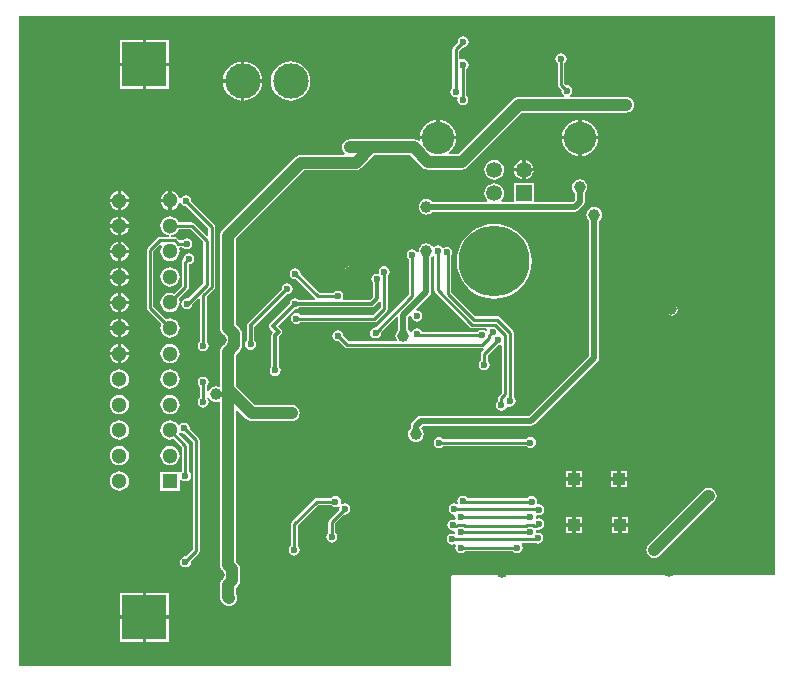
<source format=gbl>
G04*
G04 #@! TF.GenerationSoftware,Altium Limited,Altium Designer,18.1.7 (191)*
G04*
G04 Layer_Physical_Order=2*
G04 Layer_Color=16711680*
%FSLAX25Y25*%
%MOIN*%
G70*
G01*
G75*
%ADD10C,0.02362*%
%ADD13C,0.01575*%
%ADD66C,0.01000*%
%ADD67C,0.01968*%
%ADD68C,0.01181*%
%ADD69C,0.03937*%
%ADD70C,0.11811*%
%ADD71R,0.03937X0.03937*%
%ADD72R,0.15000X0.15000*%
%ADD73C,0.05118*%
%ADD74R,0.05118X0.05118*%
%ADD75R,0.05315X0.05315*%
%ADD76C,0.05315*%
%ADD77C,0.10827*%
%ADD78C,0.23622*%
%ADD79C,0.03937*%
%ADD80C,0.02362*%
G36*
X251969Y-186366D02*
X144685D01*
X144439Y-186415D01*
X144231Y-186554D01*
X144092Y-186762D01*
X144043Y-187008D01*
Y-216535D01*
X0D01*
Y0D01*
X251969D01*
Y-186366D01*
D02*
G37*
%LPC*%
G36*
X148083Y-6763D02*
X147376Y-6904D01*
X146777Y-7304D01*
X146377Y-7903D01*
X146236Y-8610D01*
X146272Y-8791D01*
X144854Y-10209D01*
X144605Y-10582D01*
X144517Y-11023D01*
Y-23788D01*
X144363Y-23891D01*
X143963Y-24490D01*
X143823Y-25197D01*
X143963Y-25903D01*
X144363Y-26502D01*
X144962Y-26903D01*
X145669Y-27043D01*
X145780Y-27021D01*
X146205Y-27446D01*
X146133Y-27807D01*
X146274Y-28514D01*
X146674Y-29113D01*
X147273Y-29513D01*
X147980Y-29654D01*
X148687Y-29513D01*
X149286Y-29113D01*
X149686Y-28514D01*
X149827Y-27807D01*
X149686Y-27101D01*
X149286Y-26502D01*
X149183Y-26433D01*
Y-17550D01*
X149337Y-17447D01*
X149737Y-16848D01*
X149878Y-16142D01*
X149737Y-15435D01*
X149337Y-14836D01*
X148738Y-14436D01*
X148031Y-14295D01*
X147325Y-14436D01*
X147262Y-14478D01*
X146821Y-14242D01*
Y-11501D01*
X147901Y-10420D01*
X148083Y-10456D01*
X148789Y-10316D01*
X149388Y-9915D01*
X149788Y-9316D01*
X149929Y-8610D01*
X149788Y-7903D01*
X149388Y-7304D01*
X148789Y-6904D01*
X148083Y-6763D01*
D02*
G37*
G36*
X49984Y-7967D02*
X42445D01*
Y-15507D01*
X49984D01*
Y-7967D01*
D02*
G37*
G36*
X41264D02*
X33724D01*
Y-15507D01*
X41264D01*
Y-7967D01*
D02*
G37*
G36*
X75169Y-15145D02*
Y-21063D01*
X81088D01*
X81020Y-20372D01*
X80646Y-19140D01*
X80039Y-18005D01*
X79222Y-17010D01*
X78227Y-16193D01*
X77092Y-15586D01*
X75860Y-15213D01*
X75169Y-15145D01*
D02*
G37*
G36*
X73988D02*
X73298Y-15213D01*
X72066Y-15586D01*
X70930Y-16193D01*
X69935Y-17010D01*
X69118Y-18005D01*
X68512Y-19140D01*
X68138Y-20372D01*
X68070Y-21063D01*
X73988D01*
Y-15145D01*
D02*
G37*
G36*
X49984Y-16688D02*
X42445D01*
Y-24227D01*
X49984D01*
Y-16688D01*
D02*
G37*
G36*
X41264D02*
X33724D01*
Y-24227D01*
X41264D01*
Y-16688D01*
D02*
G37*
G36*
X73988Y-22244D02*
X68070D01*
X68138Y-22935D01*
X68512Y-24167D01*
X69118Y-25302D01*
X69935Y-26297D01*
X70930Y-27114D01*
X72066Y-27721D01*
X73298Y-28094D01*
X73988Y-28162D01*
Y-22244D01*
D02*
G37*
G36*
X81088D02*
X75169D01*
Y-28162D01*
X75860Y-28094D01*
X77092Y-27721D01*
X78227Y-27114D01*
X79222Y-26297D01*
X80039Y-25302D01*
X80646Y-24167D01*
X81020Y-22935D01*
X81088Y-22244D01*
D02*
G37*
G36*
X90551Y-15087D02*
X89270Y-15213D01*
X88038Y-15586D01*
X86903Y-16193D01*
X85908Y-17010D01*
X85091Y-18005D01*
X84484Y-19140D01*
X84110Y-20372D01*
X83984Y-21654D01*
X84110Y-22935D01*
X84484Y-24167D01*
X85091Y-25302D01*
X85908Y-26297D01*
X86903Y-27114D01*
X88038Y-27721D01*
X89270Y-28094D01*
X90551Y-28221D01*
X91832Y-28094D01*
X93064Y-27721D01*
X94200Y-27114D01*
X95195Y-26297D01*
X96012Y-25302D01*
X96618Y-24167D01*
X96992Y-22935D01*
X97118Y-21654D01*
X96992Y-20372D01*
X96618Y-19140D01*
X96012Y-18005D01*
X95195Y-17010D01*
X94200Y-16193D01*
X93064Y-15586D01*
X91832Y-15213D01*
X90551Y-15087D01*
D02*
G37*
G36*
X187677Y-34497D02*
Y-39921D01*
X193101D01*
X193043Y-39327D01*
X192697Y-38188D01*
X192136Y-37138D01*
X191381Y-36218D01*
X190460Y-35463D01*
X189410Y-34902D01*
X188271Y-34556D01*
X187677Y-34497D01*
D02*
G37*
G36*
X186496D02*
X185902Y-34556D01*
X184763Y-34902D01*
X183713Y-35463D01*
X182793Y-36218D01*
X182038Y-37138D01*
X181476Y-38188D01*
X181131Y-39327D01*
X181072Y-39921D01*
X186496D01*
Y-34497D01*
D02*
G37*
G36*
X140276D02*
Y-39921D01*
X145700D01*
X145641Y-39327D01*
X145295Y-38188D01*
X144734Y-37138D01*
X143979Y-36218D01*
X143059Y-35463D01*
X142009Y-34902D01*
X140870Y-34556D01*
X140276Y-34497D01*
D02*
G37*
G36*
X139094D02*
X138500Y-34556D01*
X137361Y-34902D01*
X136311Y-35463D01*
X135391Y-36218D01*
X134636Y-37138D01*
X134075Y-38188D01*
X133729Y-39327D01*
X133671Y-39921D01*
X139094D01*
Y-34497D01*
D02*
G37*
G36*
X180709Y-12327D02*
X180002Y-12467D01*
X179403Y-12868D01*
X179003Y-13467D01*
X178862Y-14173D01*
X179003Y-14880D01*
X179403Y-15479D01*
X179557Y-15582D01*
Y-22835D01*
X179644Y-23276D01*
X179894Y-23649D01*
X180867Y-24622D01*
X180831Y-24803D01*
X180971Y-25510D01*
X181371Y-26109D01*
X181817Y-26407D01*
X181666Y-26907D01*
X166535D01*
X165857Y-26996D01*
X165225Y-27258D01*
X164682Y-27674D01*
X146454Y-45903D01*
X143430D01*
X143252Y-45403D01*
X143979Y-44806D01*
X144734Y-43886D01*
X145295Y-42836D01*
X145641Y-41697D01*
X145700Y-41102D01*
X133671D01*
X133706Y-41459D01*
X133229Y-41719D01*
X132854Y-41431D01*
X132222Y-41169D01*
X131544Y-41080D01*
X110236D01*
X109558Y-41169D01*
X108926Y-41431D01*
X108383Y-41848D01*
X107966Y-42390D01*
X107705Y-43023D01*
X107615Y-43701D01*
X107705Y-44379D01*
X107966Y-45011D01*
X108383Y-45554D01*
X108571Y-45698D01*
X108401Y-46198D01*
X94095D01*
X93416Y-46287D01*
X92784Y-46549D01*
X92241Y-46966D01*
X67832Y-71375D01*
X67415Y-71918D01*
X67154Y-72550D01*
X67064Y-73228D01*
Y-103850D01*
X67154Y-104528D01*
X67415Y-105160D01*
X67832Y-105703D01*
X69197Y-107068D01*
Y-108680D01*
X67832Y-110045D01*
X67415Y-110588D01*
X67154Y-111220D01*
X67064Y-111898D01*
Y-123263D01*
X66564Y-123591D01*
X66230Y-123453D01*
X65552Y-123363D01*
X64874Y-123453D01*
X64242Y-123714D01*
X63699Y-124131D01*
X63282Y-124674D01*
X63069Y-125188D01*
X62569Y-125088D01*
Y-123456D01*
X62723Y-123353D01*
X63123Y-122754D01*
X63264Y-122047D01*
X63123Y-121341D01*
X62723Y-120741D01*
X62124Y-120341D01*
X61417Y-120201D01*
X60711Y-120341D01*
X60112Y-120741D01*
X59711Y-121341D01*
X59571Y-122047D01*
X59711Y-122754D01*
X60112Y-123353D01*
X60265Y-123455D01*
Y-127332D01*
X60112Y-127435D01*
X59711Y-128034D01*
X59571Y-128740D01*
X59711Y-129447D01*
X60112Y-130046D01*
X60711Y-130446D01*
X61417Y-130587D01*
X62124Y-130446D01*
X62723Y-130046D01*
X63123Y-129447D01*
X63264Y-128740D01*
X63123Y-128034D01*
X62723Y-127435D01*
X62610Y-127359D01*
X62616Y-126992D01*
X63117Y-126896D01*
X63282Y-127295D01*
X63699Y-127838D01*
X64242Y-128254D01*
X64874Y-128516D01*
X65552Y-128605D01*
X66230Y-128516D01*
X66564Y-128377D01*
X67064Y-128705D01*
Y-182912D01*
X67154Y-183590D01*
X67415Y-184222D01*
X67832Y-184765D01*
X68481Y-185414D01*
Y-187027D01*
X67832Y-187676D01*
X67415Y-188219D01*
X67154Y-188851D01*
X67064Y-189530D01*
Y-193701D01*
X67154Y-194379D01*
X67415Y-195011D01*
X67832Y-195554D01*
X68226Y-195948D01*
X68768Y-196364D01*
X69400Y-196626D01*
X70079Y-196715D01*
X70757Y-196626D01*
X71389Y-196364D01*
X71932Y-195948D01*
X72348Y-195405D01*
X72610Y-194773D01*
X72700Y-194095D01*
X72610Y-193416D01*
X72348Y-192784D01*
X72306Y-192729D01*
Y-190615D01*
X72956Y-189965D01*
X73372Y-189423D01*
X73634Y-188791D01*
X73723Y-188112D01*
Y-184329D01*
X73634Y-183651D01*
X73372Y-183018D01*
X72956Y-182476D01*
X72306Y-181826D01*
Y-131382D01*
X72768Y-131191D01*
X75714Y-134137D01*
X76256Y-134553D01*
X76889Y-134815D01*
X77567Y-134904D01*
X90945D01*
X91623Y-134815D01*
X92255Y-134553D01*
X92798Y-134137D01*
X93215Y-133594D01*
X93476Y-132962D01*
X93566Y-132283D01*
X93476Y-131605D01*
X93215Y-130973D01*
X92798Y-130430D01*
X92255Y-130014D01*
X91623Y-129752D01*
X90945Y-129663D01*
X78652D01*
X72306Y-123316D01*
Y-112984D01*
X73671Y-111619D01*
X74087Y-111076D01*
X74349Y-110444D01*
X74438Y-109766D01*
Y-105982D01*
X74349Y-105304D01*
X74087Y-104672D01*
X73671Y-104129D01*
X72306Y-102764D01*
Y-74314D01*
X95180Y-51440D01*
X112205D01*
X112883Y-51350D01*
X113515Y-51089D01*
X114058Y-50672D01*
X118408Y-46322D01*
X130458D01*
X134513Y-50377D01*
X135056Y-50793D01*
X135688Y-51055D01*
X136366Y-51145D01*
X147539D01*
X148218Y-51055D01*
X148850Y-50793D01*
X149392Y-50377D01*
X167621Y-32148D01*
X202362D01*
X203041Y-32059D01*
X203673Y-31797D01*
X204215Y-31381D01*
X204632Y-30838D01*
X204894Y-30206D01*
X204983Y-29528D01*
X204894Y-28849D01*
X204632Y-28217D01*
X204215Y-27674D01*
X203673Y-27258D01*
X203041Y-26996D01*
X202362Y-26907D01*
X183689D01*
X183537Y-26407D01*
X183983Y-26109D01*
X184383Y-25510D01*
X184524Y-24803D01*
X184383Y-24096D01*
X183983Y-23497D01*
X183384Y-23097D01*
X182677Y-22957D01*
X182496Y-22993D01*
X181861Y-22357D01*
Y-15582D01*
X182014Y-15479D01*
X182415Y-14880D01*
X182555Y-14173D01*
X182415Y-13467D01*
X182014Y-12868D01*
X181415Y-12467D01*
X180709Y-12327D01*
D02*
G37*
G36*
X193101Y-41102D02*
X187677D01*
Y-46526D01*
X188271Y-46468D01*
X189410Y-46122D01*
X190460Y-45561D01*
X191381Y-44806D01*
X192136Y-43886D01*
X192697Y-42836D01*
X193043Y-41697D01*
X193101Y-41102D01*
D02*
G37*
G36*
X186496D02*
X181072D01*
X181131Y-41697D01*
X181476Y-42836D01*
X182038Y-43886D01*
X182793Y-44806D01*
X183713Y-45561D01*
X184763Y-46122D01*
X185902Y-46468D01*
X186496Y-46526D01*
Y-41102D01*
D02*
G37*
G36*
X168898Y-47943D02*
Y-50591D01*
X171545D01*
X171510Y-50323D01*
X171179Y-49523D01*
X170652Y-48836D01*
X169965Y-48310D01*
X169165Y-47978D01*
X168898Y-47943D01*
D02*
G37*
G36*
X167717D02*
X167449Y-47978D01*
X166649Y-48310D01*
X165963Y-48836D01*
X165436Y-49523D01*
X165104Y-50323D01*
X165069Y-50591D01*
X167717D01*
Y-47943D01*
D02*
G37*
G36*
X171545Y-51772D02*
X168898D01*
Y-54419D01*
X169165Y-54384D01*
X169965Y-54053D01*
X170652Y-53526D01*
X171179Y-52839D01*
X171510Y-52039D01*
X171545Y-51772D01*
D02*
G37*
G36*
X167717D02*
X165069D01*
X165104Y-52039D01*
X165436Y-52839D01*
X165963Y-53526D01*
X166649Y-54053D01*
X167449Y-54384D01*
X167717Y-54419D01*
Y-51772D01*
D02*
G37*
G36*
X158465Y-47865D02*
X157606Y-47978D01*
X156807Y-48310D01*
X156120Y-48836D01*
X155593Y-49523D01*
X155262Y-50323D01*
X155149Y-51181D01*
X155262Y-52039D01*
X155593Y-52839D01*
X156120Y-53526D01*
X156807Y-54053D01*
X157606Y-54384D01*
X158465Y-54497D01*
X159323Y-54384D01*
X160123Y-54053D01*
X160809Y-53526D01*
X161336Y-52839D01*
X161668Y-52039D01*
X161781Y-51181D01*
X161668Y-50323D01*
X161336Y-49523D01*
X160809Y-48836D01*
X160123Y-48310D01*
X159323Y-47978D01*
X158465Y-47865D01*
D02*
G37*
G36*
X49764Y-58293D02*
X49522Y-58325D01*
X48746Y-58646D01*
X48080Y-59157D01*
X47569Y-59824D01*
X47247Y-60599D01*
X47216Y-60841D01*
X49764D01*
Y-58293D01*
D02*
G37*
G36*
X34055Y-58336D02*
Y-60884D01*
X36603D01*
X36571Y-60642D01*
X36250Y-59867D01*
X35739Y-59201D01*
X35073Y-58689D01*
X34297Y-58368D01*
X34055Y-58336D01*
D02*
G37*
G36*
X32874D02*
X32632Y-58368D01*
X31856Y-58689D01*
X31190Y-59201D01*
X30679Y-59867D01*
X30358Y-60642D01*
X30326Y-60884D01*
X32874D01*
Y-58336D01*
D02*
G37*
G36*
X186894Y-54395D02*
X186215Y-54484D01*
X185583Y-54746D01*
X185040Y-55162D01*
X184624Y-55705D01*
X184362Y-56337D01*
X184273Y-57016D01*
X184362Y-57694D01*
X184624Y-58326D01*
X185040Y-58869D01*
X185248Y-59028D01*
Y-61244D01*
X184555Y-61937D01*
X171595D01*
Y-55768D01*
X165020D01*
Y-61937D01*
X160931D01*
X160761Y-61437D01*
X160809Y-61400D01*
X161336Y-60713D01*
X161668Y-59913D01*
X161781Y-59055D01*
X161668Y-58197D01*
X161336Y-57397D01*
X160809Y-56710D01*
X160123Y-56184D01*
X159323Y-55852D01*
X158465Y-55739D01*
X157606Y-55852D01*
X156807Y-56184D01*
X156120Y-56710D01*
X155593Y-57397D01*
X155262Y-58197D01*
X155149Y-59055D01*
X155262Y-59913D01*
X155593Y-60713D01*
X156120Y-61400D01*
X156168Y-61437D01*
X155999Y-61937D01*
X137839D01*
X137680Y-61730D01*
X137137Y-61313D01*
X136505Y-61051D01*
X135827Y-60962D01*
X135149Y-61051D01*
X134516Y-61313D01*
X133974Y-61730D01*
X133557Y-62272D01*
X133295Y-62904D01*
X133206Y-63583D01*
X133295Y-64261D01*
X133557Y-64893D01*
X133974Y-65436D01*
X134516Y-65852D01*
X135149Y-66114D01*
X135827Y-66203D01*
X136505Y-66114D01*
X137137Y-65852D01*
X137680Y-65436D01*
X137839Y-65228D01*
X185236D01*
X185866Y-65103D01*
X186400Y-64746D01*
X188057Y-63089D01*
X188414Y-62555D01*
X188539Y-61925D01*
Y-59028D01*
X188747Y-58869D01*
X189163Y-58326D01*
X189425Y-57694D01*
X189514Y-57016D01*
X189425Y-56337D01*
X189163Y-55705D01*
X188747Y-55162D01*
X188204Y-54746D01*
X187572Y-54484D01*
X186894Y-54395D01*
D02*
G37*
G36*
X49764Y-62022D02*
X47216D01*
X47247Y-62264D01*
X47569Y-63040D01*
X48080Y-63706D01*
X48746Y-64217D01*
X49522Y-64539D01*
X49764Y-64570D01*
Y-62022D01*
D02*
G37*
G36*
X36603Y-62066D02*
X34055D01*
Y-64614D01*
X34297Y-64582D01*
X35073Y-64261D01*
X35739Y-63749D01*
X36250Y-63083D01*
X36571Y-62307D01*
X36603Y-62066D01*
D02*
G37*
G36*
X32874D02*
X30326D01*
X30358Y-62307D01*
X30679Y-63083D01*
X31190Y-63749D01*
X31856Y-64261D01*
X32632Y-64582D01*
X32874Y-64614D01*
Y-62066D01*
D02*
G37*
G36*
X34055Y-66797D02*
Y-69345D01*
X36603D01*
X36571Y-69103D01*
X36250Y-68327D01*
X35739Y-67661D01*
X35073Y-67150D01*
X34297Y-66829D01*
X34055Y-66797D01*
D02*
G37*
G36*
X32874D02*
X32632Y-66829D01*
X31856Y-67150D01*
X31190Y-67661D01*
X30679Y-68327D01*
X30358Y-69103D01*
X30326Y-69345D01*
X32874D01*
Y-66797D01*
D02*
G37*
G36*
X36603Y-70526D02*
X34055D01*
Y-73074D01*
X34297Y-73042D01*
X35073Y-72721D01*
X35739Y-72210D01*
X36250Y-71544D01*
X36571Y-70768D01*
X36603Y-70526D01*
D02*
G37*
G36*
X32874D02*
X30326D01*
X30358Y-70768D01*
X30679Y-71544D01*
X31190Y-72210D01*
X31856Y-72721D01*
X32632Y-73042D01*
X32874Y-73074D01*
Y-70526D01*
D02*
G37*
G36*
X50945Y-58293D02*
Y-61432D01*
Y-64570D01*
X51187Y-64539D01*
X51963Y-64217D01*
X52629Y-63706D01*
X53140Y-63040D01*
X53432Y-62334D01*
X53706Y-62281D01*
X53961Y-62298D01*
X54324Y-62841D01*
X54923Y-63241D01*
X55630Y-63382D01*
X55811Y-63346D01*
X63076Y-70611D01*
Y-72998D01*
X62614Y-73190D01*
X58545Y-69121D01*
X58172Y-68871D01*
X57731Y-68783D01*
X53329D01*
X53140Y-68327D01*
X52629Y-67661D01*
X51963Y-67150D01*
X51187Y-66829D01*
X50354Y-66719D01*
X49522Y-66829D01*
X48746Y-67150D01*
X48080Y-67661D01*
X47569Y-68327D01*
X47247Y-69103D01*
X47138Y-69936D01*
X47247Y-70768D01*
X47569Y-71544D01*
X48080Y-72210D01*
X48746Y-72721D01*
X49522Y-73042D01*
X49948Y-73098D01*
X49915Y-73598D01*
X46903D01*
X46462Y-73686D01*
X46088Y-73936D01*
X42886Y-77138D01*
X42636Y-77512D01*
X42549Y-77953D01*
Y-97298D01*
X42636Y-97739D01*
X42886Y-98112D01*
X47436Y-102663D01*
X47247Y-103119D01*
X47138Y-103951D01*
X47247Y-104784D01*
X47569Y-105560D01*
X48080Y-106226D01*
X48746Y-106737D01*
X49522Y-107058D01*
X50354Y-107168D01*
X51187Y-107058D01*
X51963Y-106737D01*
X52629Y-106226D01*
X53140Y-105560D01*
X53461Y-104784D01*
X53571Y-103951D01*
X53461Y-103119D01*
X53140Y-102343D01*
X52629Y-101677D01*
X51963Y-101166D01*
X51187Y-100844D01*
X50354Y-100735D01*
X49522Y-100844D01*
X49066Y-101033D01*
X44853Y-96820D01*
Y-78430D01*
X47200Y-76083D01*
X47486Y-76119D01*
X47708Y-76650D01*
X47569Y-76831D01*
X47247Y-77607D01*
X47138Y-78439D01*
X47247Y-79272D01*
X47569Y-80048D01*
X48080Y-80714D01*
X48746Y-81225D01*
X49522Y-81546D01*
X50354Y-81656D01*
X51187Y-81546D01*
X51963Y-81225D01*
X52629Y-80714D01*
X53140Y-80048D01*
X53461Y-79272D01*
X53571Y-78439D01*
X53461Y-77607D01*
X53373Y-77395D01*
X53651Y-76979D01*
X54497D01*
X54600Y-77132D01*
X55199Y-77533D01*
X55905Y-77673D01*
X56612Y-77533D01*
X57211Y-77132D01*
X57612Y-76533D01*
X57752Y-75827D01*
X57612Y-75120D01*
X57211Y-74521D01*
X56612Y-74121D01*
X55905Y-73980D01*
X55199Y-74121D01*
X54600Y-74521D01*
X54497Y-74675D01*
X53436D01*
X52697Y-73936D01*
X52323Y-73686D01*
X51882Y-73598D01*
X50794D01*
X50761Y-73098D01*
X51187Y-73042D01*
X51963Y-72721D01*
X52629Y-72210D01*
X53140Y-71544D01*
X53329Y-71088D01*
X57254D01*
X61446Y-75280D01*
Y-89050D01*
X56415Y-94082D01*
X55905Y-93980D01*
X55199Y-94121D01*
X54600Y-94521D01*
X54200Y-95120D01*
X54059Y-95827D01*
X54200Y-96533D01*
X54600Y-97132D01*
X55199Y-97533D01*
X55905Y-97673D01*
X56612Y-97533D01*
X57211Y-97132D01*
X57612Y-96533D01*
X57708Y-96047D01*
X59803Y-93952D01*
X60265Y-94143D01*
Y-108434D01*
X60112Y-108537D01*
X59711Y-109136D01*
X59571Y-109843D01*
X59711Y-110549D01*
X60112Y-111148D01*
X60711Y-111548D01*
X61417Y-111689D01*
X62124Y-111548D01*
X62723Y-111148D01*
X63123Y-110549D01*
X63264Y-109843D01*
X63123Y-109136D01*
X62723Y-108537D01*
X62569Y-108434D01*
Y-93491D01*
X65043Y-91017D01*
X65293Y-90644D01*
X65380Y-90203D01*
Y-70134D01*
X65293Y-69693D01*
X65043Y-69319D01*
X57440Y-61717D01*
X57476Y-61535D01*
X57336Y-60829D01*
X56936Y-60230D01*
X56336Y-59829D01*
X55630Y-59689D01*
X54923Y-59829D01*
X54324Y-60230D01*
X53984Y-60739D01*
X53600Y-60719D01*
X53471Y-60675D01*
X53461Y-60599D01*
X53140Y-59824D01*
X52629Y-59157D01*
X51963Y-58646D01*
X51187Y-58325D01*
X50945Y-58293D01*
D02*
G37*
G36*
X34055Y-75301D02*
Y-77849D01*
X36603D01*
X36571Y-77607D01*
X36250Y-76831D01*
X35739Y-76165D01*
X35073Y-75654D01*
X34297Y-75333D01*
X34055Y-75301D01*
D02*
G37*
G36*
X32874D02*
X32632Y-75333D01*
X31856Y-75654D01*
X31190Y-76165D01*
X30679Y-76831D01*
X30358Y-77607D01*
X30326Y-77849D01*
X32874D01*
Y-75301D01*
D02*
G37*
G36*
X135827Y-75726D02*
X135149Y-75815D01*
X134516Y-76077D01*
X133974Y-76493D01*
X133557Y-77036D01*
X133295Y-77668D01*
X133206Y-78347D01*
X133245Y-78643D01*
X133179Y-78670D01*
X132753Y-78738D01*
X132408Y-78222D01*
X131809Y-77822D01*
X131102Y-77681D01*
X130396Y-77822D01*
X129797Y-78222D01*
X129396Y-78821D01*
X129256Y-79528D01*
X129396Y-80234D01*
X129797Y-80833D01*
X129950Y-80936D01*
Y-92830D01*
X119079Y-103701D01*
X118898Y-103665D01*
X118191Y-103806D01*
X117592Y-104206D01*
X117192Y-104805D01*
X117051Y-105512D01*
X117192Y-106218D01*
X117592Y-106817D01*
X118191Y-107218D01*
X118898Y-107358D01*
X119604Y-107218D01*
X120203Y-106817D01*
X120604Y-106218D01*
X120744Y-105512D01*
X120708Y-105331D01*
X126004Y-100035D01*
X126504Y-100242D01*
Y-104484D01*
X126296Y-104643D01*
X125880Y-105185D01*
X125618Y-105818D01*
X125529Y-106496D01*
X125618Y-107174D01*
X125880Y-107806D01*
X125984Y-107942D01*
X125738Y-108442D01*
X109875D01*
X108110Y-106677D01*
X108146Y-106496D01*
X108005Y-105789D01*
X107605Y-105190D01*
X107006Y-104790D01*
X106299Y-104649D01*
X105593Y-104790D01*
X104993Y-105190D01*
X104593Y-105789D01*
X104453Y-106496D01*
X104593Y-107203D01*
X104993Y-107802D01*
X105593Y-108202D01*
X106299Y-108343D01*
X106480Y-108306D01*
X108583Y-110409D01*
X108957Y-110659D01*
X109398Y-110747D01*
X154303D01*
X154716Y-110664D01*
X154747Y-110686D01*
X154943Y-111144D01*
X154304Y-111784D01*
X154054Y-112158D01*
X153966Y-112598D01*
Y-114733D01*
X153812Y-114836D01*
X153412Y-115435D01*
X153272Y-116142D01*
X153412Y-116848D01*
X153812Y-117447D01*
X154411Y-117848D01*
X155118Y-117988D01*
X155825Y-117848D01*
X156424Y-117447D01*
X156824Y-116848D01*
X156965Y-116142D01*
X156824Y-115435D01*
X156424Y-114836D01*
X156270Y-114733D01*
Y-113076D01*
X159661Y-109685D01*
X159843Y-109721D01*
X160502Y-109589D01*
X160634Y-109612D01*
X161002Y-109808D01*
Y-125558D01*
X160032Y-126528D01*
X159782Y-126902D01*
X159694Y-127342D01*
Y-128233D01*
X159541Y-128335D01*
X159141Y-128934D01*
X159000Y-129641D01*
X159141Y-130348D01*
X159541Y-130947D01*
X160140Y-131347D01*
X160846Y-131488D01*
X161553Y-131347D01*
X162152Y-130947D01*
X162552Y-130348D01*
X162578Y-130218D01*
X163040Y-130027D01*
X163073Y-130049D01*
X163779Y-130189D01*
X164486Y-130049D01*
X165085Y-129648D01*
X165486Y-129049D01*
X165626Y-128343D01*
X165486Y-127636D01*
X165085Y-127037D01*
X164936Y-126937D01*
Y-105454D01*
X164848Y-105013D01*
X164598Y-104640D01*
X160321Y-100363D01*
X159947Y-100113D01*
X159506Y-100025D01*
X152168D01*
X144160Y-92018D01*
Y-79703D01*
X144304Y-79487D01*
X144445Y-78780D01*
X144304Y-78074D01*
X143904Y-77474D01*
X143305Y-77074D01*
X142598Y-76934D01*
X141892Y-77074D01*
X141310Y-77463D01*
X140912Y-76867D01*
X140313Y-76467D01*
X139606Y-76326D01*
X138900Y-76467D01*
X138301Y-76867D01*
X137824Y-76681D01*
X137680Y-76493D01*
X137137Y-76077D01*
X136505Y-75815D01*
X135827Y-75726D01*
D02*
G37*
G36*
X36603Y-79030D02*
X34055D01*
Y-81578D01*
X34297Y-81546D01*
X35073Y-81225D01*
X35739Y-80714D01*
X36250Y-80048D01*
X36571Y-79272D01*
X36603Y-79030D01*
D02*
G37*
G36*
X32874D02*
X30326D01*
X30358Y-79272D01*
X30679Y-80048D01*
X31190Y-80714D01*
X31856Y-81225D01*
X32632Y-81546D01*
X32874Y-81578D01*
Y-79030D01*
D02*
G37*
G36*
X108267Y-80838D02*
X107714Y-80948D01*
X107246Y-81261D01*
X106932Y-81730D01*
X106822Y-82283D01*
X106932Y-82836D01*
X107246Y-83305D01*
X107640Y-83699D01*
X108108Y-84012D01*
X108661Y-84122D01*
X109214Y-84012D01*
X109683Y-83699D01*
X109996Y-83230D01*
X110107Y-82677D01*
X109996Y-82124D01*
X109683Y-81655D01*
X109289Y-81261D01*
X108820Y-80948D01*
X108267Y-80838D01*
D02*
G37*
G36*
X121752Y-83291D02*
X121045Y-83432D01*
X120446Y-83832D01*
X120046Y-84431D01*
X119905Y-85138D01*
X119973Y-85476D01*
X119547Y-85901D01*
X119291Y-85850D01*
X118585Y-85991D01*
X117986Y-86391D01*
X117585Y-86990D01*
X117445Y-87697D01*
X117585Y-88403D01*
X117986Y-89002D01*
X118047Y-89043D01*
Y-93579D01*
X117044Y-94582D01*
X108156D01*
X107920Y-94141D01*
X108005Y-94014D01*
X108146Y-93307D01*
X108005Y-92601D01*
X107605Y-92001D01*
X107006Y-91601D01*
X106299Y-91461D01*
X105593Y-91601D01*
X104993Y-92001D01*
X104891Y-92155D01*
X100083D01*
X93936Y-86008D01*
X93972Y-85827D01*
X93832Y-85120D01*
X93432Y-84521D01*
X92833Y-84121D01*
X92126Y-83980D01*
X91419Y-84121D01*
X90820Y-84521D01*
X90420Y-85120D01*
X90280Y-85827D01*
X90420Y-86533D01*
X90820Y-87132D01*
X91419Y-87533D01*
X92126Y-87673D01*
X92307Y-87637D01*
X98752Y-94082D01*
X98734Y-94248D01*
X98581Y-94582D01*
X93473D01*
X93432Y-94521D01*
X92833Y-94121D01*
X92126Y-93980D01*
X91419Y-94121D01*
X90820Y-94521D01*
X90420Y-95120D01*
X90280Y-95827D01*
X90294Y-95899D01*
X83766Y-102427D01*
X83496Y-102831D01*
X83401Y-103307D01*
X83496Y-103783D01*
X83766Y-104187D01*
X84791Y-105213D01*
X84531Y-105473D01*
X84262Y-105876D01*
X84167Y-106353D01*
Y-116764D01*
X84106Y-116805D01*
X83706Y-117404D01*
X83565Y-118110D01*
X83706Y-118817D01*
X84106Y-119416D01*
X84705Y-119816D01*
X85411Y-119957D01*
X86118Y-119816D01*
X86717Y-119416D01*
X87117Y-118817D01*
X87258Y-118110D01*
X87117Y-117404D01*
X86717Y-116805D01*
X86656Y-116764D01*
Y-106868D01*
X87431Y-106093D01*
X87701Y-105689D01*
X87796Y-105213D01*
X87701Y-104736D01*
X87431Y-104333D01*
X86405Y-103307D01*
X92054Y-97659D01*
X92126Y-97673D01*
X92833Y-97533D01*
X93432Y-97132D01*
X93473Y-97071D01*
X117559D01*
X118035Y-96976D01*
X118439Y-96707D01*
X120100Y-95046D01*
X120385Y-95103D01*
X120600Y-95233D01*
Y-97062D01*
X118027Y-99635D01*
X93928D01*
X93825Y-99482D01*
X93226Y-99081D01*
X92520Y-98941D01*
X91813Y-99081D01*
X91214Y-99482D01*
X90814Y-100081D01*
X90673Y-100787D01*
X90814Y-101494D01*
X91214Y-102093D01*
X91813Y-102493D01*
X92520Y-102634D01*
X93226Y-102493D01*
X93825Y-102093D01*
X93928Y-101939D01*
X118504D01*
X118945Y-101852D01*
X119319Y-101602D01*
X122567Y-98354D01*
X122816Y-97980D01*
X122904Y-97539D01*
Y-86546D01*
X123058Y-86443D01*
X123458Y-85844D01*
X123598Y-85138D01*
X123458Y-84431D01*
X123058Y-83832D01*
X122459Y-83432D01*
X121752Y-83291D01*
D02*
G37*
G36*
X34055Y-83836D02*
Y-86384D01*
X36603D01*
X36571Y-86142D01*
X36250Y-85367D01*
X35739Y-84701D01*
X35073Y-84189D01*
X34297Y-83868D01*
X34055Y-83836D01*
D02*
G37*
G36*
X32874D02*
X32632Y-83868D01*
X31856Y-84189D01*
X31190Y-84701D01*
X30679Y-85367D01*
X30358Y-86142D01*
X30326Y-86384D01*
X32874D01*
Y-83836D01*
D02*
G37*
G36*
X36603Y-87565D02*
X34055D01*
Y-90114D01*
X34297Y-90082D01*
X35073Y-89761D01*
X35739Y-89249D01*
X36250Y-88583D01*
X36571Y-87807D01*
X36603Y-87565D01*
D02*
G37*
G36*
X32874D02*
X30326D01*
X30358Y-87807D01*
X30679Y-88583D01*
X31190Y-89249D01*
X31856Y-89761D01*
X32632Y-90082D01*
X32874Y-90114D01*
Y-87565D01*
D02*
G37*
G36*
X50354Y-83727D02*
X49522Y-83837D01*
X48746Y-84158D01*
X48080Y-84669D01*
X47569Y-85335D01*
X47247Y-86111D01*
X47138Y-86944D01*
X47247Y-87776D01*
X47569Y-88552D01*
X48080Y-89218D01*
X48746Y-89729D01*
X49522Y-90050D01*
X50354Y-90160D01*
X51187Y-90050D01*
X51963Y-89729D01*
X52629Y-89218D01*
X53140Y-88552D01*
X53461Y-87776D01*
X53571Y-86944D01*
X53461Y-86111D01*
X53140Y-85335D01*
X52629Y-84669D01*
X51963Y-84158D01*
X51187Y-83837D01*
X50354Y-83727D01*
D02*
G37*
G36*
X56575Y-78980D02*
X55868Y-79121D01*
X55269Y-79521D01*
X54869Y-80120D01*
X54728Y-80827D01*
X54764Y-81008D01*
X54697Y-81075D01*
X54448Y-81449D01*
X54360Y-81890D01*
Y-89813D01*
X51643Y-92530D01*
X51187Y-92341D01*
X50354Y-92231D01*
X49522Y-92341D01*
X48746Y-92662D01*
X48080Y-93173D01*
X47569Y-93839D01*
X47247Y-94615D01*
X47138Y-95447D01*
X47247Y-96280D01*
X47569Y-97056D01*
X48080Y-97722D01*
X48746Y-98233D01*
X49522Y-98554D01*
X50354Y-98664D01*
X51187Y-98554D01*
X51963Y-98233D01*
X52629Y-97722D01*
X53140Y-97056D01*
X53461Y-96280D01*
X53571Y-95447D01*
X53461Y-94615D01*
X53272Y-94159D01*
X56326Y-91105D01*
X56576Y-90731D01*
X56664Y-90290D01*
Y-82656D01*
X57281Y-82533D01*
X57881Y-82132D01*
X58281Y-81533D01*
X58421Y-80827D01*
X58281Y-80120D01*
X57881Y-79521D01*
X57281Y-79121D01*
X56575Y-78980D01*
D02*
G37*
G36*
X89488Y-88980D02*
X88782Y-89121D01*
X88182Y-89521D01*
X87782Y-90120D01*
X87642Y-90827D01*
X87656Y-90899D01*
X76325Y-102230D01*
X76055Y-102634D01*
X75960Y-103110D01*
Y-108102D01*
X75899Y-108143D01*
X75499Y-108742D01*
X75358Y-109449D01*
X75499Y-110155D01*
X75899Y-110755D01*
X76498Y-111155D01*
X77205Y-111295D01*
X77911Y-111155D01*
X78510Y-110755D01*
X78911Y-110155D01*
X79051Y-109449D01*
X78911Y-108742D01*
X78510Y-108143D01*
X78449Y-108102D01*
Y-103626D01*
X89416Y-92659D01*
X89488Y-92673D01*
X90195Y-92533D01*
X90794Y-92132D01*
X91194Y-91533D01*
X91335Y-90827D01*
X91194Y-90120D01*
X90794Y-89521D01*
X90195Y-89121D01*
X89488Y-88980D01*
D02*
G37*
G36*
X158465Y-69214D02*
X156512Y-69367D01*
X154608Y-69824D01*
X152799Y-70574D01*
X151129Y-71597D01*
X149640Y-72869D01*
X148369Y-74358D01*
X147345Y-76028D01*
X146596Y-77837D01*
X146139Y-79741D01*
X145985Y-81693D01*
X146139Y-83645D01*
X146596Y-85549D01*
X147345Y-87358D01*
X148369Y-89028D01*
X149640Y-90517D01*
X151129Y-91789D01*
X152799Y-92812D01*
X154608Y-93562D01*
X156512Y-94019D01*
X158465Y-94172D01*
X160417Y-94019D01*
X162321Y-93562D01*
X164130Y-92812D01*
X165800Y-91789D01*
X167289Y-90517D01*
X168561Y-89028D01*
X169584Y-87358D01*
X170333Y-85549D01*
X170790Y-83645D01*
X170944Y-81693D01*
X170790Y-79741D01*
X170333Y-77837D01*
X169584Y-76028D01*
X168561Y-74358D01*
X167289Y-72869D01*
X165800Y-71597D01*
X164130Y-70574D01*
X162321Y-69824D01*
X160417Y-69367D01*
X158465Y-69214D01*
D02*
G37*
G36*
X34055Y-92336D02*
Y-94884D01*
X36603D01*
X36571Y-94642D01*
X36250Y-93867D01*
X35739Y-93200D01*
X35073Y-92689D01*
X34297Y-92368D01*
X34055Y-92336D01*
D02*
G37*
G36*
X32874D02*
X32632Y-92368D01*
X31856Y-92689D01*
X31190Y-93200D01*
X30679Y-93867D01*
X30358Y-94642D01*
X30326Y-94884D01*
X32874D01*
Y-92336D01*
D02*
G37*
G36*
X36603Y-96065D02*
X34055D01*
Y-98614D01*
X34297Y-98582D01*
X35073Y-98260D01*
X35739Y-97749D01*
X36250Y-97083D01*
X36571Y-96307D01*
X36603Y-96065D01*
D02*
G37*
G36*
X32874D02*
X30326D01*
X30358Y-96307D01*
X30679Y-97083D01*
X31190Y-97749D01*
X31856Y-98260D01*
X32632Y-98582D01*
X32874Y-98614D01*
Y-96065D01*
D02*
G37*
G36*
X217322Y-95791D02*
X216616Y-95932D01*
X216017Y-96332D01*
X215616Y-96931D01*
X215476Y-97638D01*
X215616Y-98344D01*
X216017Y-98943D01*
X216411Y-99337D01*
X217010Y-99737D01*
X217716Y-99878D01*
X218423Y-99737D01*
X219022Y-99337D01*
X219422Y-98738D01*
X219563Y-98032D01*
X219422Y-97325D01*
X219022Y-96726D01*
X218628Y-96332D01*
X218029Y-95932D01*
X217322Y-95791D01*
D02*
G37*
G36*
X34055Y-100836D02*
Y-103384D01*
X36603D01*
X36571Y-103142D01*
X36250Y-102367D01*
X35739Y-101700D01*
X35073Y-101189D01*
X34297Y-100868D01*
X34055Y-100836D01*
D02*
G37*
G36*
X32874D02*
X32632Y-100868D01*
X31856Y-101189D01*
X31190Y-101700D01*
X30679Y-102367D01*
X30358Y-103142D01*
X30326Y-103384D01*
X32874D01*
Y-100836D01*
D02*
G37*
G36*
X36603Y-104566D02*
X34055D01*
Y-107114D01*
X34297Y-107082D01*
X35073Y-106761D01*
X35739Y-106249D01*
X36250Y-105583D01*
X36571Y-104807D01*
X36603Y-104566D01*
D02*
G37*
G36*
X32874D02*
X30326D01*
X30358Y-104807D01*
X30679Y-105583D01*
X31190Y-106249D01*
X31856Y-106761D01*
X32632Y-107082D01*
X32874Y-107114D01*
Y-104566D01*
D02*
G37*
G36*
X34055Y-109336D02*
Y-111884D01*
X36603D01*
X36571Y-111642D01*
X36250Y-110867D01*
X35739Y-110201D01*
X35073Y-109689D01*
X34297Y-109368D01*
X34055Y-109336D01*
D02*
G37*
G36*
X32874D02*
X32632Y-109368D01*
X31856Y-109689D01*
X31190Y-110201D01*
X30679Y-110867D01*
X30358Y-111642D01*
X30326Y-111884D01*
X32874D01*
Y-109336D01*
D02*
G37*
G36*
X36603Y-113066D02*
X34055D01*
Y-115614D01*
X34297Y-115582D01*
X35073Y-115261D01*
X35739Y-114749D01*
X36250Y-114083D01*
X36571Y-113307D01*
X36603Y-113066D01*
D02*
G37*
G36*
X32874D02*
X30326D01*
X30358Y-113307D01*
X30679Y-114083D01*
X31190Y-114749D01*
X31856Y-115261D01*
X32632Y-115582D01*
X32874Y-115614D01*
Y-113066D01*
D02*
G37*
G36*
X50354Y-109239D02*
X49522Y-109348D01*
X48746Y-109670D01*
X48080Y-110181D01*
X47569Y-110847D01*
X47247Y-111623D01*
X47138Y-112455D01*
X47247Y-113288D01*
X47569Y-114064D01*
X48080Y-114730D01*
X48746Y-115241D01*
X49522Y-115562D01*
X50354Y-115672D01*
X51187Y-115562D01*
X51963Y-115241D01*
X52629Y-114730D01*
X53140Y-114064D01*
X53461Y-113288D01*
X53571Y-112455D01*
X53461Y-111623D01*
X53140Y-110847D01*
X52629Y-110181D01*
X51963Y-109670D01*
X51187Y-109348D01*
X50354Y-109239D01*
D02*
G37*
G36*
Y-117743D02*
X49522Y-117852D01*
X48746Y-118174D01*
X48080Y-118685D01*
X47569Y-119351D01*
X47247Y-120127D01*
X47138Y-120959D01*
X47247Y-121792D01*
X47569Y-122568D01*
X48080Y-123234D01*
X48746Y-123745D01*
X49522Y-124066D01*
X50354Y-124176D01*
X51187Y-124066D01*
X51963Y-123745D01*
X52629Y-123234D01*
X53140Y-122568D01*
X53461Y-121792D01*
X53571Y-120959D01*
X53461Y-120127D01*
X53140Y-119351D01*
X52629Y-118685D01*
X51963Y-118174D01*
X51187Y-117852D01*
X50354Y-117743D01*
D02*
G37*
G36*
X33465Y-117758D02*
X32632Y-117868D01*
X31856Y-118189D01*
X31190Y-118701D01*
X30679Y-119367D01*
X30358Y-120142D01*
X30248Y-120975D01*
X30358Y-121807D01*
X30679Y-122583D01*
X31190Y-123249D01*
X31856Y-123760D01*
X32632Y-124082D01*
X33465Y-124191D01*
X34297Y-124082D01*
X35073Y-123760D01*
X35739Y-123249D01*
X36250Y-122583D01*
X36571Y-121807D01*
X36681Y-120975D01*
X36571Y-120142D01*
X36250Y-119367D01*
X35739Y-118701D01*
X35073Y-118189D01*
X34297Y-117868D01*
X33465Y-117758D01*
D02*
G37*
G36*
X50354Y-126247D02*
X49522Y-126356D01*
X48746Y-126678D01*
X48080Y-127189D01*
X47569Y-127855D01*
X47247Y-128631D01*
X47138Y-129463D01*
X47247Y-130296D01*
X47569Y-131071D01*
X48080Y-131737D01*
X48746Y-132249D01*
X49522Y-132570D01*
X50354Y-132680D01*
X51187Y-132570D01*
X51963Y-132249D01*
X52629Y-131737D01*
X53140Y-131071D01*
X53461Y-130296D01*
X53571Y-129463D01*
X53461Y-128631D01*
X53140Y-127855D01*
X52629Y-127189D01*
X51963Y-126678D01*
X51187Y-126356D01*
X50354Y-126247D01*
D02*
G37*
G36*
X33465Y-126258D02*
X32632Y-126368D01*
X31856Y-126689D01*
X31190Y-127200D01*
X30679Y-127867D01*
X30358Y-128642D01*
X30248Y-129475D01*
X30358Y-130307D01*
X30679Y-131083D01*
X31190Y-131749D01*
X31856Y-132261D01*
X32632Y-132582D01*
X33465Y-132691D01*
X34297Y-132582D01*
X35073Y-132261D01*
X35739Y-131749D01*
X36250Y-131083D01*
X36571Y-130307D01*
X36681Y-129475D01*
X36571Y-128642D01*
X36250Y-127867D01*
X35739Y-127200D01*
X35073Y-126689D01*
X34297Y-126368D01*
X33465Y-126258D01*
D02*
G37*
G36*
X170524Y-140279D02*
X169817Y-140420D01*
X169218Y-140820D01*
X169115Y-140974D01*
X141566D01*
X141463Y-140820D01*
X140864Y-140420D01*
X140157Y-140279D01*
X139451Y-140420D01*
X138852Y-140820D01*
X138452Y-141419D01*
X138311Y-142126D01*
X138452Y-142833D01*
X138852Y-143432D01*
X139451Y-143832D01*
X140157Y-143973D01*
X140864Y-143832D01*
X141463Y-143432D01*
X141566Y-143278D01*
X169115D01*
X169218Y-143432D01*
X169817Y-143832D01*
X170524Y-143973D01*
X171230Y-143832D01*
X171829Y-143432D01*
X172230Y-142833D01*
X172370Y-142126D01*
X172230Y-141419D01*
X171829Y-140820D01*
X171230Y-140420D01*
X170524Y-140279D01*
D02*
G37*
G36*
X33465Y-134758D02*
X32632Y-134868D01*
X31856Y-135189D01*
X31190Y-135701D01*
X30679Y-136367D01*
X30358Y-137142D01*
X30248Y-137975D01*
X30358Y-138807D01*
X30679Y-139583D01*
X31190Y-140249D01*
X31856Y-140761D01*
X32632Y-141082D01*
X33465Y-141191D01*
X34297Y-141082D01*
X35073Y-140761D01*
X35739Y-140249D01*
X36250Y-139583D01*
X36571Y-138807D01*
X36681Y-137975D01*
X36571Y-137142D01*
X36250Y-136367D01*
X35739Y-135701D01*
X35073Y-135189D01*
X34297Y-134868D01*
X33465Y-134758D01*
D02*
G37*
G36*
X191732Y-63592D02*
X191054Y-63681D01*
X190422Y-63943D01*
X189879Y-64359D01*
X189463Y-64902D01*
X189201Y-65534D01*
X189111Y-66213D01*
X189201Y-66891D01*
X189463Y-67523D01*
X189879Y-68066D01*
X190086Y-68225D01*
Y-113196D01*
X170020Y-133262D01*
X133990D01*
X133360Y-133388D01*
X132826Y-133744D01*
X131120Y-135450D01*
X130763Y-135984D01*
X130638Y-136614D01*
Y-137358D01*
X130430Y-137517D01*
X130014Y-138060D01*
X129752Y-138692D01*
X129663Y-139370D01*
X129752Y-140048D01*
X130014Y-140681D01*
X130430Y-141223D01*
X130973Y-141640D01*
X131605Y-141902D01*
X132283Y-141991D01*
X132962Y-141902D01*
X133594Y-141640D01*
X134137Y-141223D01*
X134553Y-140681D01*
X134815Y-140048D01*
X134904Y-139370D01*
X134815Y-138692D01*
X134553Y-138060D01*
X134137Y-137517D01*
X134251Y-136974D01*
X134671Y-136554D01*
X170702D01*
X171332Y-136429D01*
X171866Y-136072D01*
X192896Y-115042D01*
X193253Y-114508D01*
X193378Y-113878D01*
Y-68225D01*
X193586Y-68066D01*
X194002Y-67523D01*
X194264Y-66891D01*
X194353Y-66213D01*
X194264Y-65534D01*
X194002Y-64902D01*
X193586Y-64359D01*
X193043Y-63943D01*
X192411Y-63681D01*
X191732Y-63592D01*
D02*
G37*
G36*
X50354Y-143255D02*
X49522Y-143364D01*
X48746Y-143685D01*
X48080Y-144197D01*
X47569Y-144863D01*
X47247Y-145639D01*
X47138Y-146471D01*
X47247Y-147304D01*
X47569Y-148079D01*
X48080Y-148746D01*
X48746Y-149257D01*
X49522Y-149578D01*
X50354Y-149688D01*
X51187Y-149578D01*
X51963Y-149257D01*
X52629Y-148746D01*
X53140Y-148079D01*
X53461Y-147304D01*
X53571Y-146471D01*
X53461Y-145639D01*
X53140Y-144863D01*
X52629Y-144197D01*
X51963Y-143685D01*
X51187Y-143364D01*
X50354Y-143255D01*
D02*
G37*
G36*
X33465Y-143258D02*
X32632Y-143368D01*
X31856Y-143689D01*
X31190Y-144201D01*
X30679Y-144867D01*
X30358Y-145642D01*
X30248Y-146475D01*
X30358Y-147307D01*
X30679Y-148083D01*
X31190Y-148749D01*
X31856Y-149260D01*
X32632Y-149582D01*
X33465Y-149691D01*
X34297Y-149582D01*
X35073Y-149260D01*
X35739Y-148749D01*
X36250Y-148083D01*
X36571Y-147307D01*
X36681Y-146475D01*
X36571Y-145642D01*
X36250Y-144867D01*
X35739Y-144201D01*
X35073Y-143689D01*
X34297Y-143368D01*
X33465Y-143258D01*
D02*
G37*
G36*
X202559Y-151732D02*
X200551D01*
Y-153740D01*
X202559D01*
Y-151732D01*
D02*
G37*
G36*
X199370D02*
X197362D01*
Y-153740D01*
X199370D01*
Y-151732D01*
D02*
G37*
G36*
X187598D02*
X185591D01*
Y-153740D01*
X187598D01*
Y-151732D01*
D02*
G37*
G36*
X184409D02*
X182402D01*
Y-153740D01*
X184409D01*
Y-151732D01*
D02*
G37*
G36*
X202559Y-154921D02*
X200551D01*
Y-156929D01*
X202559D01*
Y-154921D01*
D02*
G37*
G36*
X199370D02*
X197362D01*
Y-156929D01*
X199370D01*
Y-154921D01*
D02*
G37*
G36*
X187598Y-154921D02*
X185591D01*
Y-156929D01*
X187598D01*
Y-154921D01*
D02*
G37*
G36*
X184409D02*
X182402D01*
Y-156929D01*
X184409D01*
Y-154921D01*
D02*
G37*
G36*
X33465Y-151758D02*
X32632Y-151868D01*
X31856Y-152189D01*
X31190Y-152700D01*
X30679Y-153367D01*
X30358Y-154142D01*
X30248Y-154975D01*
X30358Y-155807D01*
X30679Y-156583D01*
X31190Y-157249D01*
X31856Y-157761D01*
X32632Y-158082D01*
X33465Y-158191D01*
X34297Y-158082D01*
X35073Y-157761D01*
X35739Y-157249D01*
X36250Y-156583D01*
X36571Y-155807D01*
X36681Y-154975D01*
X36571Y-154142D01*
X36250Y-153367D01*
X35739Y-152700D01*
X35073Y-152189D01*
X34297Y-151868D01*
X33465Y-151758D01*
D02*
G37*
G36*
X108661Y-157216D02*
X108108Y-157326D01*
X107639Y-157639D01*
X107326Y-158108D01*
X107216Y-158661D01*
X107326Y-159214D01*
X107639Y-159683D01*
X107640Y-159683D01*
X108108Y-159996D01*
X108661Y-160106D01*
X109214Y-159996D01*
X109683Y-159683D01*
X109996Y-159214D01*
X110107Y-158661D01*
X109996Y-158108D01*
X109683Y-157640D01*
X109683Y-157639D01*
X109214Y-157326D01*
X108661Y-157216D01*
D02*
G37*
G36*
X148031Y-159866D02*
X147325Y-160007D01*
X146726Y-160407D01*
X146326Y-161006D01*
X146185Y-161713D01*
X146299Y-162287D01*
X145950Y-162592D01*
X145894Y-162617D01*
X145817Y-162566D01*
X145110Y-162425D01*
X144404Y-162566D01*
X143805Y-162966D01*
X143404Y-163565D01*
X143264Y-164272D01*
X143404Y-164978D01*
X143805Y-165577D01*
X144404Y-165978D01*
X145110Y-166118D01*
X145451Y-166560D01*
X145398Y-166831D01*
X145535Y-167519D01*
X145470Y-167620D01*
X145207Y-167943D01*
X144685Y-167839D01*
X143978Y-167979D01*
X143379Y-168379D01*
X142979Y-168978D01*
X142839Y-169685D01*
X142979Y-170392D01*
X143379Y-170991D01*
X143978Y-171391D01*
X144685Y-171531D01*
X144983Y-171472D01*
X145408Y-171898D01*
X145398Y-171949D01*
X145465Y-172286D01*
X145394Y-172396D01*
X145031Y-172671D01*
X144488Y-172563D01*
X143782Y-172704D01*
X143183Y-173104D01*
X142782Y-173703D01*
X142642Y-174409D01*
X142782Y-175116D01*
X143183Y-175715D01*
X143782Y-176115D01*
X144488Y-176256D01*
X145195Y-176115D01*
X145321Y-176031D01*
X145681Y-176392D01*
X145636Y-176459D01*
X145496Y-177165D01*
X145636Y-177872D01*
X146037Y-178471D01*
X146636Y-178871D01*
X147342Y-179012D01*
X148049Y-178871D01*
X148648Y-178471D01*
X148751Y-178317D01*
X164733D01*
X164836Y-178471D01*
X165435Y-178871D01*
X166142Y-179012D01*
X166848Y-178871D01*
X167447Y-178471D01*
X167848Y-177872D01*
X167988Y-177165D01*
X167848Y-176459D01*
X167582Y-176061D01*
X167833Y-175561D01*
X171987D01*
X172226Y-175722D01*
X172933Y-175862D01*
X173640Y-175722D01*
X174239Y-175321D01*
X174639Y-174722D01*
X174779Y-174016D01*
X174639Y-173309D01*
X174239Y-172710D01*
X173640Y-172310D01*
X172933Y-172169D01*
X172759Y-172204D01*
X172268Y-171792D01*
X172256Y-171731D01*
X172430Y-171258D01*
X172620Y-171195D01*
X172881Y-171143D01*
X172967Y-171086D01*
X173228Y-171137D01*
X173935Y-170997D01*
X174534Y-170597D01*
X174934Y-169998D01*
X175075Y-169291D01*
X174934Y-168584D01*
X174534Y-167985D01*
X173935Y-167585D01*
X173228Y-167445D01*
X172705Y-167548D01*
X172320Y-167244D01*
X172272Y-167164D01*
X172319Y-166929D01*
X172272Y-166694D01*
X172320Y-166613D01*
X172705Y-166309D01*
X173228Y-166413D01*
X173935Y-166273D01*
X174534Y-165873D01*
X174934Y-165274D01*
X175075Y-164567D01*
X174934Y-163860D01*
X174534Y-163261D01*
X173935Y-162861D01*
X173228Y-162720D01*
X172993Y-162767D01*
X172912Y-162719D01*
X172609Y-162334D01*
X172713Y-161811D01*
X172572Y-161104D01*
X172172Y-160505D01*
X171573Y-160105D01*
X170866Y-159965D01*
X170159Y-160105D01*
X169561Y-160505D01*
X169458Y-160659D01*
X149506D01*
X149337Y-160407D01*
X148738Y-160007D01*
X148031Y-159866D01*
D02*
G37*
G36*
X105512Y-159965D02*
X104805Y-160105D01*
X104206Y-160505D01*
X104104Y-160659D01*
X99213D01*
X98772Y-160747D01*
X98398Y-160996D01*
X90918Y-168477D01*
X90668Y-168851D01*
X90580Y-169291D01*
Y-176544D01*
X90427Y-176647D01*
X90026Y-177246D01*
X89886Y-177953D01*
X90026Y-178659D01*
X90427Y-179258D01*
X91026Y-179659D01*
X91732Y-179799D01*
X92439Y-179659D01*
X93038Y-179258D01*
X93438Y-178659D01*
X93579Y-177953D01*
X93438Y-177246D01*
X93038Y-176647D01*
X92884Y-176544D01*
Y-169769D01*
X99690Y-162963D01*
X104104D01*
X104206Y-163117D01*
X104805Y-163517D01*
X105512Y-163657D01*
X106218Y-163517D01*
X106536Y-163305D01*
X106782Y-163457D01*
X106941Y-163635D01*
X106815Y-164272D01*
X106851Y-164453D01*
X103516Y-167788D01*
X103266Y-168161D01*
X103179Y-168602D01*
Y-172214D01*
X103025Y-172316D01*
X102625Y-172915D01*
X102484Y-173622D01*
X102625Y-174329D01*
X103025Y-174928D01*
X103624Y-175328D01*
X104331Y-175469D01*
X105037Y-175328D01*
X105636Y-174928D01*
X106037Y-174329D01*
X106177Y-173622D01*
X106037Y-172915D01*
X105636Y-172316D01*
X105483Y-172214D01*
Y-169079D01*
X108480Y-166082D01*
X108661Y-166118D01*
X109368Y-165978D01*
X109967Y-165577D01*
X110367Y-164978D01*
X110508Y-164272D01*
X110367Y-163565D01*
X109967Y-162966D01*
X109368Y-162566D01*
X108661Y-162425D01*
X107955Y-162566D01*
X107637Y-162778D01*
X107392Y-162626D01*
X107232Y-162448D01*
X107358Y-161811D01*
X107218Y-161104D01*
X106817Y-160505D01*
X106218Y-160105D01*
X105512Y-159965D01*
D02*
G37*
G36*
X202953Y-167087D02*
X200945D01*
Y-169095D01*
X202953D01*
Y-167087D01*
D02*
G37*
G36*
X199764D02*
X197756D01*
Y-169095D01*
X199764D01*
Y-167087D01*
D02*
G37*
G36*
X187598D02*
X185591D01*
Y-169095D01*
X187598D01*
Y-167087D01*
D02*
G37*
G36*
X184409D02*
X182402D01*
Y-169095D01*
X184409D01*
Y-167087D01*
D02*
G37*
G36*
X202953Y-170276D02*
X200945D01*
Y-172283D01*
X202953D01*
Y-170276D01*
D02*
G37*
G36*
X199764D02*
X197756D01*
Y-172283D01*
X199764D01*
Y-170276D01*
D02*
G37*
G36*
X187598Y-170276D02*
X185591D01*
Y-172283D01*
X187598D01*
Y-170276D01*
D02*
G37*
G36*
X184409D02*
X182402D01*
Y-172283D01*
X184409D01*
Y-170276D01*
D02*
G37*
G36*
X50354Y-134751D02*
X49522Y-134860D01*
X48746Y-135181D01*
X48080Y-135693D01*
X47569Y-136359D01*
X47247Y-137135D01*
X47138Y-137967D01*
X47247Y-138800D01*
X47569Y-139575D01*
X48080Y-140242D01*
X48746Y-140753D01*
X49522Y-141074D01*
X50354Y-141184D01*
X51187Y-141074D01*
X51643Y-140885D01*
X54360Y-143602D01*
Y-151741D01*
X54206Y-151844D01*
X54043Y-152087D01*
X53543Y-151936D01*
Y-151786D01*
X47165D01*
Y-158164D01*
X53543D01*
Y-154363D01*
X54043Y-154212D01*
X54206Y-154455D01*
X54805Y-154856D01*
X55512Y-154996D01*
X56218Y-154856D01*
X56818Y-154455D01*
X57218Y-153856D01*
X57358Y-153150D01*
X57218Y-152443D01*
X56818Y-151844D01*
X56664Y-151741D01*
Y-143124D01*
X56576Y-142684D01*
X56326Y-142310D01*
X53449Y-139432D01*
X53480Y-139106D01*
X53530Y-138990D01*
X54039Y-138859D01*
X54412Y-139108D01*
X55118Y-139248D01*
X55299Y-139212D01*
X57903Y-141816D01*
Y-177869D01*
X55693Y-180079D01*
X55512Y-180043D01*
X54805Y-180184D01*
X54206Y-180584D01*
X53806Y-181183D01*
X53665Y-181890D01*
X53806Y-182596D01*
X54206Y-183195D01*
X54805Y-183596D01*
X55512Y-183736D01*
X56218Y-183596D01*
X56818Y-183195D01*
X57218Y-182596D01*
X57358Y-181890D01*
X57322Y-181709D01*
X59870Y-179161D01*
X60119Y-178787D01*
X60207Y-178347D01*
Y-141339D01*
X60119Y-140898D01*
X59870Y-140524D01*
X56929Y-137583D01*
X56965Y-137402D01*
X56824Y-136695D01*
X56424Y-136096D01*
X55825Y-135696D01*
X55118Y-135555D01*
X54412Y-135696D01*
X53812Y-136096D01*
X53664Y-136318D01*
X53393Y-136339D01*
X53084Y-136286D01*
X52629Y-135693D01*
X51963Y-135181D01*
X51187Y-134860D01*
X50354Y-134751D01*
D02*
G37*
G36*
X229921Y-157245D02*
X229831D01*
X229153Y-157335D01*
X228521Y-157596D01*
X227978Y-158013D01*
X209925Y-176066D01*
X209508Y-176609D01*
X209246Y-177241D01*
X209157Y-177919D01*
X209246Y-178598D01*
X209508Y-179230D01*
X209925Y-179773D01*
X210467Y-180189D01*
X211099Y-180451D01*
X211778Y-180540D01*
X212456Y-180451D01*
X213088Y-180189D01*
X213631Y-179773D01*
X231387Y-162016D01*
X231774Y-161719D01*
X232191Y-161177D01*
X232453Y-160544D01*
X232542Y-159866D01*
X232453Y-159188D01*
X232191Y-158556D01*
X231774Y-158013D01*
X231232Y-157596D01*
X230600Y-157335D01*
X229921Y-157245D01*
D02*
G37*
G36*
X49984Y-192219D02*
X42445D01*
Y-199758D01*
X49984D01*
Y-192219D01*
D02*
G37*
G36*
X41264D02*
X33724D01*
Y-199758D01*
X41264D01*
Y-192219D01*
D02*
G37*
G36*
X49984Y-200939D02*
X42445D01*
Y-208479D01*
X49984D01*
Y-200939D01*
D02*
G37*
G36*
X41264D02*
X33724D01*
Y-208479D01*
X41264D01*
Y-200939D01*
D02*
G37*
%LPD*%
G36*
X138454Y-80012D02*
Y-91398D01*
X138542Y-91839D01*
X138792Y-92213D01*
X150201Y-103622D01*
X150574Y-103872D01*
X151015Y-103959D01*
X155807D01*
X156120Y-104385D01*
X156055Y-104798D01*
X155905Y-104868D01*
X155553Y-104938D01*
X155037Y-104593D01*
X154330Y-104453D01*
X153624Y-104593D01*
X153025Y-104993D01*
X152922Y-105147D01*
X134348D01*
X133982Y-104600D01*
X133383Y-104200D01*
X132677Y-104059D01*
X131970Y-104200D01*
X131371Y-104600D01*
X130971Y-105199D01*
X130969Y-105207D01*
X130449Y-105258D01*
X130419Y-105185D01*
X130003Y-104643D01*
X129796Y-104484D01*
Y-100249D01*
X130389Y-99655D01*
X130850Y-99901D01*
X130830Y-100000D01*
X130971Y-100706D01*
X131371Y-101305D01*
X131970Y-101706D01*
X132677Y-101846D01*
X133384Y-101706D01*
X133983Y-101305D01*
X134383Y-100706D01*
X134523Y-100000D01*
X134383Y-99293D01*
X133983Y-98694D01*
X133384Y-98294D01*
X132677Y-98153D01*
X132578Y-98173D01*
X132332Y-97712D01*
X136990Y-93054D01*
X137347Y-92520D01*
X137473Y-91890D01*
Y-80359D01*
X137680Y-80200D01*
X137954Y-79842D01*
X138454Y-80012D01*
D02*
G37*
D10*
X217322Y-97638D02*
X217716Y-98032D01*
D13*
X68103Y-125984D02*
X69685Y-124402D01*
X65552Y-125984D02*
X68103D01*
X108661Y-158661D02*
X108661Y-158661D01*
X108267Y-82283D02*
X108661Y-82677D01*
D66*
X148031Y-27653D02*
X148083Y-27705D01*
X143008Y-92495D02*
Y-79190D01*
X142598Y-78780D02*
X143008Y-79190D01*
X139606Y-91398D02*
X151015Y-102807D01*
X139606Y-91398D02*
Y-78173D01*
X143008Y-92495D02*
X151690Y-101177D01*
X159506D01*
X151015Y-102807D02*
X158831D01*
X132283Y-106299D02*
X154330D01*
X109398Y-109594D02*
X154303D01*
X106299Y-106496D02*
X109398Y-109594D01*
X154303D02*
X156641Y-107256D01*
X91732Y-177953D02*
Y-169291D01*
X99213Y-161811D02*
X105512D01*
X91732Y-169291D02*
X99213Y-161811D01*
X156641Y-106351D02*
X157874Y-105118D01*
X163784Y-128339D02*
Y-105454D01*
X162153Y-126035D02*
Y-106129D01*
X158831Y-102807D02*
X162153Y-106129D01*
X159506Y-101177D02*
X163784Y-105454D01*
X156641Y-107256D02*
Y-106351D01*
X180709Y-22835D02*
Y-14173D01*
Y-22835D02*
X182677Y-24803D01*
X155118Y-112598D02*
X159843Y-107874D01*
X160846Y-127342D02*
X162153Y-126035D01*
X163779Y-128343D02*
X163784Y-128339D01*
X155118Y-116142D02*
Y-112598D01*
X55630Y-61535D02*
X64228Y-70134D01*
Y-90203D02*
Y-70134D01*
X61417Y-93014D02*
X64228Y-90203D01*
X61417Y-109843D02*
Y-93014D01*
Y-122047D02*
X61417Y-122047D01*
X61417Y-128740D02*
Y-122047D01*
X140157Y-142126D02*
X170524D01*
X55512Y-181890D02*
X59055Y-178347D01*
Y-141339D01*
X55118Y-137402D02*
X59055Y-141339D01*
X50354Y-137967D02*
X55512Y-143124D01*
Y-153150D02*
Y-143124D01*
X132283Y-106299D02*
X132677Y-105905D01*
X148031Y-27653D02*
Y-16142D01*
X147980Y-27807D02*
X148083Y-27705D01*
X145669Y-11023D02*
X148083Y-8610D01*
X145669Y-25197D02*
Y-11023D01*
X160846Y-129641D02*
Y-127342D01*
X166142Y-177165D02*
X166142Y-177165D01*
X147342Y-177165D02*
X166142D01*
X144488Y-174409D02*
X172539D01*
X172933Y-174016D01*
Y-164272D02*
X173228Y-164567D01*
X148130Y-161811D02*
X170866D01*
X170374Y-171949D02*
X170472Y-172047D01*
X172440Y-170079D02*
X173228Y-169291D01*
X171772Y-170079D02*
X172440D01*
X171430Y-169736D02*
X171772Y-170079D01*
X169515Y-169736D02*
X171430D01*
X169173Y-170079D02*
X169515Y-169736D01*
X148642Y-170079D02*
X169173D01*
X147244Y-171949D02*
X170374D01*
X146287Y-169638D02*
X148201D01*
X145846Y-170079D02*
X146287Y-169638D01*
X148201D02*
X148642Y-170079D01*
X145079D02*
X145846D01*
X144685Y-169685D02*
X145079Y-170079D01*
X147342Y-166929D02*
X170472D01*
X147244Y-166831D02*
X147342Y-166929D01*
X145110Y-164272D02*
X172933D01*
X148031Y-161713D02*
X148130Y-161811D01*
X104331Y-173622D02*
Y-168602D01*
X108661Y-164272D01*
X50354Y-69936D02*
X57731D01*
X62598Y-74803D01*
Y-89527D02*
Y-74803D01*
X56299Y-95827D02*
X62598Y-89527D01*
X55905Y-95827D02*
X56299D01*
X43701Y-97298D02*
X50354Y-103951D01*
X43701Y-97298D02*
Y-77953D01*
X46903Y-74751D01*
X51882D01*
X52959Y-75827D01*
X55905D01*
X50354Y-95447D02*
X55512Y-90290D01*
Y-81890D01*
X56575Y-80827D01*
X118898Y-105512D02*
X131102Y-93307D01*
Y-79528D01*
X121752Y-97539D02*
Y-85138D01*
X99606Y-93307D02*
X106299D01*
X92126Y-85827D02*
X99606Y-93307D01*
X118504Y-100787D02*
X121752Y-97539D01*
X92520Y-100787D02*
X118504D01*
D67*
X135827Y-91890D02*
Y-78347D01*
X128150Y-99567D02*
X135827Y-91890D01*
X186894Y-61925D02*
Y-57016D01*
X185236Y-63583D02*
X186894Y-61925D01*
X191732Y-113878D02*
Y-66213D01*
X135827Y-63583D02*
X185236D01*
X132283Y-136614D02*
X133990Y-134908D01*
X170702D01*
X191732Y-113878D01*
X132283Y-139370D02*
Y-136614D01*
X128150Y-106496D02*
Y-99567D01*
D68*
X85411Y-118110D02*
Y-106353D01*
X86551Y-105213D01*
X84646Y-103307D02*
X86551Y-105213D01*
X84646Y-103307D02*
X92126Y-95827D01*
X77205Y-103110D02*
X89488Y-90827D01*
X77205Y-109449D02*
Y-103110D01*
X119291Y-94095D02*
Y-87697D01*
X92126Y-95827D02*
X117559D01*
X119291Y-94095D01*
D69*
X229831Y-159866D02*
X229921D01*
X211778Y-177919D02*
X229831Y-159866D01*
X69685Y-193701D02*
X70079Y-194095D01*
X69685Y-193701D02*
Y-189530D01*
X71102Y-188112D01*
Y-184329D01*
X69685Y-182912D02*
X71102Y-184329D01*
X69685Y-182912D02*
Y-124402D01*
Y-103850D02*
Y-73228D01*
Y-103850D02*
X71817Y-105982D01*
Y-109766D02*
Y-105982D01*
X69685Y-111898D02*
X71817Y-109766D01*
X69685Y-124402D02*
Y-111898D01*
Y-73228D02*
X94095Y-48819D01*
X69685Y-124402D02*
X77567Y-132283D01*
X117323Y-43701D02*
X131544D01*
X110236D02*
X117323D01*
X112205Y-48819D02*
X117323Y-43701D01*
X94095Y-48819D02*
X112205D01*
X77567Y-132283D02*
X90945D01*
X131544Y-43701D02*
X136366Y-48524D01*
X147539D01*
X166535Y-29528D01*
X202362D01*
D70*
X74579Y-21654D02*
D03*
X90551D02*
D03*
D71*
X199961Y-154331D02*
D03*
X185000D02*
D03*
Y-169685D02*
D03*
X200354D02*
D03*
D72*
X41854Y-200349D02*
D03*
Y-16097D02*
D03*
D73*
X33465Y-61475D02*
D03*
Y-69936D02*
D03*
Y-78439D02*
D03*
Y-86975D02*
D03*
Y-95475D02*
D03*
Y-103975D02*
D03*
Y-112475D02*
D03*
Y-120975D02*
D03*
Y-129475D02*
D03*
Y-137975D02*
D03*
Y-146475D02*
D03*
Y-154975D02*
D03*
X50354Y-61432D02*
D03*
Y-69936D02*
D03*
Y-78439D02*
D03*
Y-86944D02*
D03*
Y-95447D02*
D03*
Y-103951D02*
D03*
Y-112455D02*
D03*
Y-120959D02*
D03*
Y-129463D02*
D03*
Y-137967D02*
D03*
Y-146471D02*
D03*
D74*
Y-154975D02*
D03*
D75*
X168307Y-59055D02*
D03*
D76*
X158465D02*
D03*
Y-51181D02*
D03*
X168307D02*
D03*
D77*
X139685Y-40512D02*
D03*
X187087D02*
D03*
D78*
X158465Y-81693D02*
D03*
D79*
X135827Y-78347D02*
D03*
X80413Y-113307D02*
D03*
X65552Y-125984D02*
D03*
X186894Y-57016D02*
D03*
X191732Y-66213D02*
D03*
X229921Y-159866D02*
D03*
X211778Y-177919D02*
D03*
X248819Y-175984D02*
D03*
X248326Y-182677D02*
D03*
X135827Y-63583D02*
D03*
X137008Y-122982D02*
D03*
X132283Y-139370D02*
D03*
X124016Y-119685D02*
D03*
X70079Y-194095D02*
D03*
X90945Y-132283D02*
D03*
X110236Y-43701D02*
D03*
X120079Y-60236D02*
D03*
X120472Y-51575D02*
D03*
X202362Y-29528D02*
D03*
X166279Y-15354D02*
D03*
X162077Y-17982D02*
D03*
X108661Y-158661D02*
D03*
X128150Y-106496D02*
D03*
X108267Y-82283D02*
D03*
X80709Y-125591D02*
D03*
X67251Y-107874D02*
D03*
X66535Y-186221D02*
D03*
X120472Y-137008D02*
D03*
Y-130315D02*
D03*
X130315Y-123032D02*
D03*
X106693Y-117716D02*
D03*
X95612Y-118110D02*
D03*
X72047Y-45276D02*
D03*
X103150Y-41339D02*
D03*
X130315Y-21260D02*
D03*
X138189Y-21654D02*
D03*
X181890Y-10236D02*
D03*
X199370Y-13189D02*
D03*
X235138Y-7972D02*
D03*
X238189Y-55118D02*
D03*
X209449Y-47244D02*
D03*
Y-41339D02*
D03*
X175736Y-102953D02*
D03*
X174016Y-85679D02*
D03*
X197244Y-79134D02*
D03*
X210329Y-78439D02*
D03*
X223125D02*
D03*
X235039Y-79134D02*
D03*
X244094Y-97638D02*
D03*
X219882Y-102953D02*
D03*
X217322Y-97638D02*
D03*
X211024Y-120866D02*
D03*
X238189Y-141732D02*
D03*
X248819Y-169291D02*
D03*
X216535Y-185039D02*
D03*
X161024Y-185433D02*
D03*
X136762Y-200541D02*
D03*
X127904Y-200837D02*
D03*
X118780Y-200620D02*
D03*
X110187Y-200738D02*
D03*
D80*
X142598Y-78780D02*
D03*
X139606Y-78173D02*
D03*
X85411Y-118110D02*
D03*
X105512Y-161811D02*
D03*
X157874Y-105118D02*
D03*
X106299Y-106496D02*
D03*
X180709Y-14173D02*
D03*
X182677Y-24803D02*
D03*
X159843Y-107874D02*
D03*
X55630Y-61535D02*
D03*
X61417Y-109843D02*
D03*
X61417Y-122047D02*
D03*
X61417Y-128740D02*
D03*
X140157Y-142126D02*
D03*
X170524D02*
D03*
X55512Y-181890D02*
D03*
X55118Y-137402D02*
D03*
X89488Y-90827D02*
D03*
X77205Y-109449D02*
D03*
X55512Y-153150D02*
D03*
X132677Y-100000D02*
D03*
X132677Y-105905D02*
D03*
X148031Y-16142D02*
D03*
X147980Y-27807D02*
D03*
X148083Y-8610D02*
D03*
X145669Y-25197D02*
D03*
X160846Y-129641D02*
D03*
X163779Y-128343D02*
D03*
X166142Y-177165D02*
D03*
X147342Y-177165D02*
D03*
X154330Y-106299D02*
D03*
X155118Y-116142D02*
D03*
X144488Y-174409D02*
D03*
X172933Y-174016D02*
D03*
X173228Y-164567D02*
D03*
X170866Y-161811D02*
D03*
X170472Y-172047D02*
D03*
X173228Y-169291D02*
D03*
X147244Y-171949D02*
D03*
X144685Y-169685D02*
D03*
X170472Y-166929D02*
D03*
X147244Y-166831D02*
D03*
X145110Y-164272D02*
D03*
X148031Y-161713D02*
D03*
X104331Y-173622D02*
D03*
X108661Y-164272D02*
D03*
X91732Y-177953D02*
D03*
X55905Y-95827D02*
D03*
Y-75827D02*
D03*
X56575Y-80827D02*
D03*
X131102Y-79528D02*
D03*
X121752Y-85138D02*
D03*
X119291Y-87697D02*
D03*
X118898Y-105512D02*
D03*
X106299Y-93307D02*
D03*
X92126Y-85827D02*
D03*
Y-95827D02*
D03*
X92520Y-100787D02*
D03*
M02*

</source>
